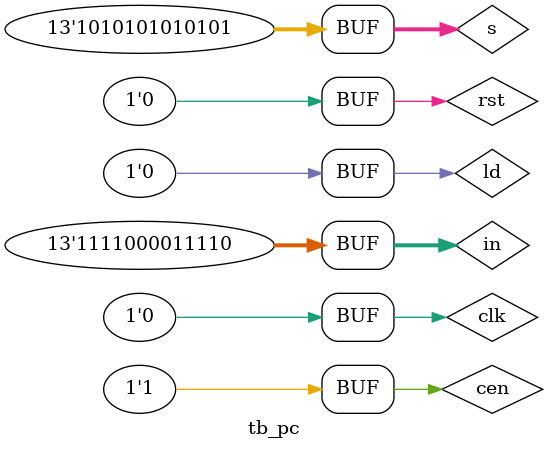
<source format=sv>
module tb_pc();
	
	logic[12:0] in = 13'b1111000011110, s = 13'b1010101010101, o;
	logic rst, clk = 1'b0, ld, cen;
	
	pc_register uut(
    .clk(clk),
    .rst(rst),
    .in(in),
    .out(o),
	.ld(ld),
	.cen(cen)
	);
	
	initial repeat (20) #200 clk = ~clk;
	
	initial begin
		#100
		rst = 1'b1;
		#200
		rst = 1'b0;
		ld = 1'b1;
		#400
		ld = 1'b0;
		cen = 1'b1;
	end

endmodule


</source>
